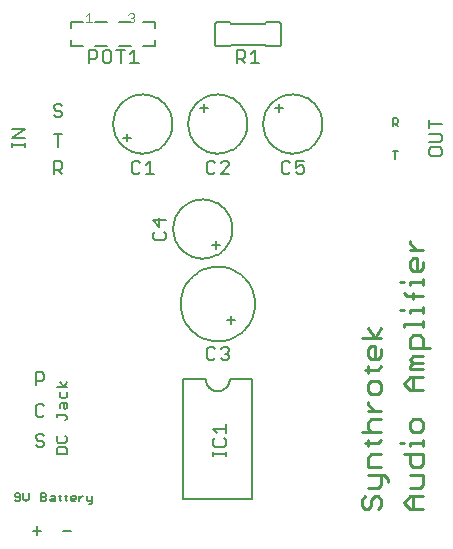
<source format=gto>
G75*
G70*
%OFA0B0*%
%FSLAX24Y24*%
%IPPOS*%
%LPD*%
%AMOC8*
5,1,8,0,0,1.08239X$1,22.5*
%
%ADD10C,0.0080*%
%ADD11C,0.0110*%
%ADD12C,0.0060*%
%ADD13C,0.0050*%
%ADD14C,0.0030*%
D10*
X001021Y000551D02*
X001302Y000551D01*
X001162Y000691D02*
X001162Y000411D01*
X002021Y000551D02*
X002302Y000551D01*
X001332Y003341D02*
X001191Y003341D01*
X001121Y003411D01*
X001191Y003551D02*
X001332Y003551D01*
X001402Y003481D01*
X001402Y003411D01*
X001332Y003341D01*
X001191Y003551D02*
X001121Y003621D01*
X001121Y003691D01*
X001191Y003761D01*
X001332Y003761D01*
X001402Y003691D01*
X001332Y004341D02*
X001191Y004341D01*
X001121Y004411D01*
X001121Y004691D01*
X001191Y004761D01*
X001332Y004761D01*
X001402Y004691D01*
X001402Y004411D02*
X001332Y004341D01*
X001121Y005401D02*
X001121Y005821D01*
X001332Y005821D01*
X001402Y005751D01*
X001402Y005611D01*
X001332Y005541D01*
X001121Y005541D01*
X005091Y010220D02*
X005021Y010290D01*
X005021Y010430D01*
X005091Y010500D01*
X005231Y010680D02*
X005231Y010961D01*
X005441Y010891D02*
X005021Y010891D01*
X005231Y010680D01*
X005371Y010500D02*
X005441Y010430D01*
X005441Y010290D01*
X005371Y010220D01*
X005091Y010220D01*
X005062Y012441D02*
X004782Y012441D01*
X004922Y012441D02*
X004922Y012861D01*
X004782Y012721D01*
X004602Y012791D02*
X004532Y012861D01*
X004391Y012861D01*
X004321Y012791D01*
X004321Y012511D01*
X004391Y012441D01*
X004532Y012441D01*
X004602Y012511D01*
X006821Y012511D02*
X006891Y012441D01*
X007032Y012441D01*
X007102Y012511D01*
X007282Y012441D02*
X007562Y012721D01*
X007562Y012791D01*
X007492Y012861D01*
X007352Y012861D01*
X007282Y012791D01*
X007102Y012791D02*
X007032Y012861D01*
X006891Y012861D01*
X006821Y012791D01*
X006821Y012511D01*
X007282Y012441D02*
X007562Y012441D01*
X009321Y012511D02*
X009391Y012441D01*
X009532Y012441D01*
X009602Y012511D01*
X009782Y012511D02*
X009852Y012441D01*
X009992Y012441D01*
X010062Y012511D01*
X010062Y012651D01*
X009992Y012721D01*
X009922Y012721D01*
X009782Y012651D01*
X009782Y012861D01*
X010062Y012861D01*
X009602Y012791D02*
X009532Y012861D01*
X009391Y012861D01*
X009321Y012791D01*
X009321Y012511D01*
X008562Y016141D02*
X008282Y016141D01*
X008422Y016141D02*
X008422Y016561D01*
X008282Y016421D01*
X008102Y016491D02*
X008102Y016351D01*
X008032Y016281D01*
X007821Y016281D01*
X007821Y016141D02*
X007821Y016561D01*
X008032Y016561D01*
X008102Y016491D01*
X007962Y016281D02*
X008102Y016141D01*
X004541Y016141D02*
X004261Y016141D01*
X004401Y016141D02*
X004401Y016561D01*
X004261Y016421D01*
X004081Y016561D02*
X003801Y016561D01*
X003941Y016561D02*
X003941Y016141D01*
X003620Y016211D02*
X003620Y016491D01*
X003550Y016561D01*
X003410Y016561D01*
X003340Y016491D01*
X003340Y016211D01*
X003410Y016141D01*
X003550Y016141D01*
X003620Y016211D01*
X003160Y016351D02*
X003090Y016281D01*
X002880Y016281D01*
X002880Y016141D02*
X002880Y016561D01*
X003090Y016561D01*
X003160Y016491D01*
X003160Y016351D01*
X001932Y014761D02*
X001791Y014761D01*
X001721Y014691D01*
X001721Y014621D01*
X001791Y014551D01*
X001932Y014551D01*
X002002Y014481D01*
X002002Y014411D01*
X001932Y014341D01*
X001791Y014341D01*
X001721Y014411D01*
X002002Y014691D02*
X001932Y014761D01*
X002002Y013761D02*
X001721Y013761D01*
X001862Y013761D02*
X001862Y013341D01*
X001932Y012861D02*
X001721Y012861D01*
X001721Y012441D01*
X001721Y012581D02*
X001932Y012581D01*
X002002Y012651D01*
X002002Y012791D01*
X001932Y012861D01*
X001862Y012581D02*
X002002Y012441D01*
X000741Y013341D02*
X000741Y013481D01*
X000741Y013411D02*
X000321Y013411D01*
X000321Y013341D02*
X000321Y013481D01*
X000321Y013648D02*
X000741Y013928D01*
X000321Y013928D01*
X000321Y013648D02*
X000741Y013648D01*
X006891Y006661D02*
X006821Y006591D01*
X006821Y006311D01*
X006891Y006241D01*
X007032Y006241D01*
X007102Y006311D01*
X007282Y006311D02*
X007352Y006241D01*
X007492Y006241D01*
X007562Y006311D01*
X007562Y006381D01*
X007492Y006451D01*
X007422Y006451D01*
X007492Y006451D02*
X007562Y006521D01*
X007562Y006591D01*
X007492Y006661D01*
X007352Y006661D01*
X007282Y006591D01*
X007102Y006591D02*
X007032Y006661D01*
X006891Y006661D01*
X007441Y004088D02*
X007441Y003808D01*
X007441Y003948D02*
X007021Y003948D01*
X007161Y003808D01*
X007091Y003628D02*
X007021Y003558D01*
X007021Y003418D01*
X007091Y003348D01*
X007371Y003348D01*
X007441Y003418D01*
X007441Y003558D01*
X007371Y003628D01*
X007441Y003181D02*
X007441Y003041D01*
X007441Y003111D02*
X007021Y003111D01*
X007021Y003041D02*
X007021Y003181D01*
X014291Y013041D02*
X014221Y013111D01*
X014221Y013251D01*
X014291Y013321D01*
X014571Y013321D01*
X014641Y013251D01*
X014641Y013111D01*
X014571Y013041D01*
X014291Y013041D01*
X014221Y013501D02*
X014571Y013501D01*
X014641Y013571D01*
X014641Y013711D01*
X014571Y013781D01*
X014221Y013781D01*
X014221Y013961D02*
X014221Y014242D01*
X014221Y014102D02*
X014641Y014102D01*
D11*
X013593Y010211D02*
X013593Y010103D01*
X013810Y009886D01*
X014026Y009886D02*
X013593Y009886D01*
X013701Y009620D02*
X013810Y009620D01*
X013810Y009186D01*
X013918Y009186D02*
X013701Y009186D01*
X013593Y009295D01*
X013593Y009512D01*
X013701Y009620D01*
X014026Y009512D02*
X014026Y009295D01*
X013918Y009186D01*
X014026Y008937D02*
X014026Y008720D01*
X014026Y008828D02*
X013593Y008828D01*
X013593Y008720D01*
X013376Y008828D02*
X013267Y008828D01*
X013376Y008470D02*
X013484Y008362D01*
X014026Y008362D01*
X013701Y008253D02*
X013701Y008470D01*
X014026Y008004D02*
X014026Y007787D01*
X014026Y007895D02*
X013593Y007895D01*
X013593Y007787D01*
X013376Y007895D02*
X013267Y007895D01*
X013376Y007429D02*
X014026Y007429D01*
X014026Y007537D02*
X014026Y007320D01*
X013918Y007054D02*
X013701Y007054D01*
X013593Y006946D01*
X013593Y006621D01*
X014243Y006621D01*
X014026Y006621D02*
X014026Y006946D01*
X013918Y007054D01*
X013376Y007320D02*
X013376Y007429D01*
X012626Y007296D02*
X012410Y006971D01*
X012193Y007296D01*
X011976Y006971D02*
X012626Y006971D01*
X012410Y006704D02*
X012410Y006271D01*
X012518Y006271D02*
X012626Y006379D01*
X012626Y006596D01*
X012410Y006704D02*
X012301Y006704D01*
X012193Y006596D01*
X012193Y006379D01*
X012301Y006271D01*
X012518Y006271D01*
X012626Y006021D02*
X012518Y005913D01*
X012084Y005913D01*
X012193Y006021D02*
X012193Y005804D01*
X012301Y005538D02*
X012193Y005430D01*
X012193Y005213D01*
X012301Y005104D01*
X012518Y005104D01*
X012626Y005213D01*
X012626Y005430D01*
X012518Y005538D01*
X012301Y005538D01*
X012193Y004847D02*
X012193Y004738D01*
X012410Y004521D01*
X012626Y004521D02*
X012193Y004521D01*
X012301Y004255D02*
X012626Y004255D01*
X012301Y004255D02*
X012193Y004147D01*
X012193Y003930D01*
X012301Y003822D01*
X012193Y003572D02*
X012193Y003355D01*
X012084Y003464D02*
X012518Y003464D01*
X012626Y003572D01*
X012626Y003822D02*
X011976Y003822D01*
X012301Y003089D02*
X012626Y003089D01*
X012301Y003089D02*
X012193Y002981D01*
X012193Y002655D01*
X012626Y002655D01*
X012626Y002389D02*
X012626Y002064D01*
X012518Y001956D01*
X012193Y001956D01*
X012084Y001689D02*
X011976Y001581D01*
X011976Y001364D01*
X012084Y001256D01*
X012193Y001256D01*
X012301Y001364D01*
X012301Y001581D01*
X012410Y001689D01*
X012518Y001689D01*
X012626Y001581D01*
X012626Y001364D01*
X012518Y001256D01*
X013376Y001473D02*
X013593Y001689D01*
X014026Y001689D01*
X013918Y001956D02*
X014026Y002064D01*
X014026Y002389D01*
X013593Y002389D01*
X013701Y002655D02*
X013593Y002764D01*
X013593Y003089D01*
X013376Y003089D02*
X014026Y003089D01*
X014026Y002764D01*
X013918Y002655D01*
X013701Y002655D01*
X013593Y001956D02*
X013918Y001956D01*
X013701Y001689D02*
X013701Y001256D01*
X013593Y001256D02*
X013376Y001473D01*
X013593Y001256D02*
X014026Y001256D01*
X012843Y002172D02*
X012843Y002281D01*
X012735Y002389D01*
X012193Y002389D01*
X013267Y003464D02*
X013376Y003464D01*
X013593Y003464D02*
X013593Y003355D01*
X013593Y003464D02*
X014026Y003464D01*
X014026Y003572D02*
X014026Y003355D01*
X013918Y003822D02*
X013701Y003822D01*
X013593Y003930D01*
X013593Y004147D01*
X013701Y004255D01*
X013918Y004255D01*
X014026Y004147D01*
X014026Y003930D01*
X013918Y003822D01*
X014026Y005221D02*
X013593Y005221D01*
X013376Y005438D01*
X013593Y005655D01*
X014026Y005655D01*
X014026Y005921D02*
X013593Y005921D01*
X013593Y006029D01*
X013701Y006138D01*
X013593Y006246D01*
X013701Y006355D01*
X014026Y006355D01*
X014026Y006138D02*
X013701Y006138D01*
X013701Y005655D02*
X013701Y005221D01*
D12*
X008331Y005601D02*
X008331Y001601D01*
X006031Y001601D01*
X006031Y005601D01*
X006781Y005601D01*
X006783Y005562D01*
X006789Y005523D01*
X006798Y005485D01*
X006811Y005448D01*
X006828Y005412D01*
X006848Y005379D01*
X006872Y005347D01*
X006898Y005318D01*
X006927Y005292D01*
X006959Y005268D01*
X006992Y005248D01*
X007028Y005231D01*
X007065Y005218D01*
X007103Y005209D01*
X007142Y005203D01*
X007181Y005201D01*
X007220Y005203D01*
X007259Y005209D01*
X007297Y005218D01*
X007334Y005231D01*
X007370Y005248D01*
X007403Y005268D01*
X007435Y005292D01*
X007464Y005318D01*
X007490Y005347D01*
X007514Y005379D01*
X007534Y005412D01*
X007551Y005448D01*
X007564Y005485D01*
X007573Y005523D01*
X007579Y005562D01*
X007581Y005601D01*
X008331Y005601D01*
X007631Y007441D02*
X007631Y007691D01*
X007501Y007561D02*
X007761Y007561D01*
X005941Y008101D02*
X005943Y008171D01*
X005949Y008241D01*
X005959Y008311D01*
X005973Y008379D01*
X005990Y008447D01*
X006012Y008514D01*
X006037Y008580D01*
X006066Y008644D01*
X006098Y008706D01*
X006134Y008766D01*
X006174Y008824D01*
X006216Y008880D01*
X006262Y008933D01*
X006310Y008984D01*
X006362Y009032D01*
X006416Y009077D01*
X006472Y009118D01*
X006531Y009157D01*
X006592Y009192D01*
X006654Y009224D01*
X006719Y009252D01*
X006784Y009276D01*
X006852Y009296D01*
X006920Y009313D01*
X006989Y009326D01*
X007058Y009335D01*
X007128Y009340D01*
X007199Y009341D01*
X007269Y009338D01*
X007339Y009331D01*
X007408Y009320D01*
X007476Y009305D01*
X007544Y009287D01*
X007611Y009264D01*
X007676Y009238D01*
X007739Y009208D01*
X007801Y009175D01*
X007861Y009138D01*
X007918Y009098D01*
X007974Y009055D01*
X008026Y009008D01*
X008076Y008959D01*
X008123Y008907D01*
X008167Y008852D01*
X008208Y008795D01*
X008246Y008736D01*
X008280Y008675D01*
X008311Y008612D01*
X008338Y008547D01*
X008361Y008481D01*
X008381Y008413D01*
X008397Y008345D01*
X008409Y008276D01*
X008417Y008206D01*
X008421Y008136D01*
X008421Y008066D01*
X008417Y007996D01*
X008409Y007926D01*
X008397Y007857D01*
X008381Y007789D01*
X008361Y007721D01*
X008338Y007655D01*
X008311Y007590D01*
X008280Y007527D01*
X008246Y007466D01*
X008208Y007407D01*
X008167Y007350D01*
X008123Y007295D01*
X008076Y007243D01*
X008026Y007194D01*
X007974Y007147D01*
X007918Y007104D01*
X007861Y007064D01*
X007801Y007027D01*
X007739Y006994D01*
X007676Y006964D01*
X007611Y006938D01*
X007544Y006915D01*
X007476Y006897D01*
X007408Y006882D01*
X007339Y006871D01*
X007269Y006864D01*
X007199Y006861D01*
X007128Y006862D01*
X007058Y006867D01*
X006989Y006876D01*
X006920Y006889D01*
X006852Y006906D01*
X006784Y006926D01*
X006719Y006950D01*
X006654Y006978D01*
X006592Y007010D01*
X006531Y007045D01*
X006472Y007084D01*
X006416Y007125D01*
X006362Y007170D01*
X006310Y007218D01*
X006262Y007269D01*
X006216Y007322D01*
X006174Y007378D01*
X006134Y007436D01*
X006098Y007496D01*
X006066Y007558D01*
X006037Y007622D01*
X006012Y007688D01*
X005990Y007755D01*
X005973Y007823D01*
X005959Y007891D01*
X005949Y007961D01*
X005943Y008031D01*
X005941Y008101D01*
X007131Y009941D02*
X007131Y010191D01*
X007001Y010061D02*
X007261Y010061D01*
X005697Y010601D02*
X005699Y010663D01*
X005705Y010726D01*
X005715Y010787D01*
X005729Y010848D01*
X005746Y010908D01*
X005767Y010967D01*
X005793Y011024D01*
X005821Y011079D01*
X005853Y011133D01*
X005889Y011184D01*
X005927Y011234D01*
X005969Y011280D01*
X006013Y011324D01*
X006061Y011365D01*
X006110Y011403D01*
X006162Y011437D01*
X006216Y011468D01*
X006272Y011496D01*
X006330Y011520D01*
X006389Y011541D01*
X006449Y011557D01*
X006510Y011570D01*
X006572Y011579D01*
X006634Y011584D01*
X006697Y011585D01*
X006759Y011582D01*
X006821Y011575D01*
X006883Y011564D01*
X006943Y011549D01*
X007003Y011531D01*
X007061Y011509D01*
X007118Y011483D01*
X007173Y011453D01*
X007226Y011420D01*
X007277Y011384D01*
X007325Y011345D01*
X007371Y011302D01*
X007414Y011257D01*
X007454Y011209D01*
X007491Y011159D01*
X007525Y011106D01*
X007556Y011052D01*
X007582Y010996D01*
X007606Y010938D01*
X007625Y010878D01*
X007641Y010818D01*
X007653Y010756D01*
X007661Y010695D01*
X007665Y010632D01*
X007665Y010570D01*
X007661Y010507D01*
X007653Y010446D01*
X007641Y010384D01*
X007625Y010324D01*
X007606Y010264D01*
X007582Y010206D01*
X007556Y010150D01*
X007525Y010096D01*
X007491Y010043D01*
X007454Y009993D01*
X007414Y009945D01*
X007371Y009900D01*
X007325Y009857D01*
X007277Y009818D01*
X007226Y009782D01*
X007173Y009749D01*
X007118Y009719D01*
X007061Y009693D01*
X007003Y009671D01*
X006943Y009653D01*
X006883Y009638D01*
X006821Y009627D01*
X006759Y009620D01*
X006697Y009617D01*
X006634Y009618D01*
X006572Y009623D01*
X006510Y009632D01*
X006449Y009645D01*
X006389Y009661D01*
X006330Y009682D01*
X006272Y009706D01*
X006216Y009734D01*
X006162Y009765D01*
X006110Y009799D01*
X006061Y009837D01*
X006013Y009878D01*
X005969Y009922D01*
X005927Y009968D01*
X005889Y010018D01*
X005853Y010069D01*
X005821Y010123D01*
X005793Y010178D01*
X005767Y010235D01*
X005746Y010294D01*
X005729Y010354D01*
X005715Y010415D01*
X005705Y010476D01*
X005699Y010539D01*
X005697Y010601D01*
X004141Y013521D02*
X004141Y013781D01*
X004021Y013651D02*
X004271Y013651D01*
X003697Y014101D02*
X003699Y014163D01*
X003705Y014226D01*
X003715Y014287D01*
X003729Y014348D01*
X003746Y014408D01*
X003767Y014467D01*
X003793Y014524D01*
X003821Y014579D01*
X003853Y014633D01*
X003889Y014684D01*
X003927Y014734D01*
X003969Y014780D01*
X004013Y014824D01*
X004061Y014865D01*
X004110Y014903D01*
X004162Y014937D01*
X004216Y014968D01*
X004272Y014996D01*
X004330Y015020D01*
X004389Y015041D01*
X004449Y015057D01*
X004510Y015070D01*
X004572Y015079D01*
X004634Y015084D01*
X004697Y015085D01*
X004759Y015082D01*
X004821Y015075D01*
X004883Y015064D01*
X004943Y015049D01*
X005003Y015031D01*
X005061Y015009D01*
X005118Y014983D01*
X005173Y014953D01*
X005226Y014920D01*
X005277Y014884D01*
X005325Y014845D01*
X005371Y014802D01*
X005414Y014757D01*
X005454Y014709D01*
X005491Y014659D01*
X005525Y014606D01*
X005556Y014552D01*
X005582Y014496D01*
X005606Y014438D01*
X005625Y014378D01*
X005641Y014318D01*
X005653Y014256D01*
X005661Y014195D01*
X005665Y014132D01*
X005665Y014070D01*
X005661Y014007D01*
X005653Y013946D01*
X005641Y013884D01*
X005625Y013824D01*
X005606Y013764D01*
X005582Y013706D01*
X005556Y013650D01*
X005525Y013596D01*
X005491Y013543D01*
X005454Y013493D01*
X005414Y013445D01*
X005371Y013400D01*
X005325Y013357D01*
X005277Y013318D01*
X005226Y013282D01*
X005173Y013249D01*
X005118Y013219D01*
X005061Y013193D01*
X005003Y013171D01*
X004943Y013153D01*
X004883Y013138D01*
X004821Y013127D01*
X004759Y013120D01*
X004697Y013117D01*
X004634Y013118D01*
X004572Y013123D01*
X004510Y013132D01*
X004449Y013145D01*
X004389Y013161D01*
X004330Y013182D01*
X004272Y013206D01*
X004216Y013234D01*
X004162Y013265D01*
X004110Y013299D01*
X004061Y013337D01*
X004013Y013378D01*
X003969Y013422D01*
X003927Y013468D01*
X003889Y013518D01*
X003853Y013569D01*
X003821Y013623D01*
X003793Y013678D01*
X003767Y013735D01*
X003746Y013794D01*
X003729Y013854D01*
X003715Y013915D01*
X003705Y013976D01*
X003699Y014039D01*
X003697Y014101D01*
X006601Y014641D02*
X006861Y014641D01*
X006731Y014761D02*
X006731Y014511D01*
X006197Y014101D02*
X006199Y014163D01*
X006205Y014226D01*
X006215Y014287D01*
X006229Y014348D01*
X006246Y014408D01*
X006267Y014467D01*
X006293Y014524D01*
X006321Y014579D01*
X006353Y014633D01*
X006389Y014684D01*
X006427Y014734D01*
X006469Y014780D01*
X006513Y014824D01*
X006561Y014865D01*
X006610Y014903D01*
X006662Y014937D01*
X006716Y014968D01*
X006772Y014996D01*
X006830Y015020D01*
X006889Y015041D01*
X006949Y015057D01*
X007010Y015070D01*
X007072Y015079D01*
X007134Y015084D01*
X007197Y015085D01*
X007259Y015082D01*
X007321Y015075D01*
X007383Y015064D01*
X007443Y015049D01*
X007503Y015031D01*
X007561Y015009D01*
X007618Y014983D01*
X007673Y014953D01*
X007726Y014920D01*
X007777Y014884D01*
X007825Y014845D01*
X007871Y014802D01*
X007914Y014757D01*
X007954Y014709D01*
X007991Y014659D01*
X008025Y014606D01*
X008056Y014552D01*
X008082Y014496D01*
X008106Y014438D01*
X008125Y014378D01*
X008141Y014318D01*
X008153Y014256D01*
X008161Y014195D01*
X008165Y014132D01*
X008165Y014070D01*
X008161Y014007D01*
X008153Y013946D01*
X008141Y013884D01*
X008125Y013824D01*
X008106Y013764D01*
X008082Y013706D01*
X008056Y013650D01*
X008025Y013596D01*
X007991Y013543D01*
X007954Y013493D01*
X007914Y013445D01*
X007871Y013400D01*
X007825Y013357D01*
X007777Y013318D01*
X007726Y013282D01*
X007673Y013249D01*
X007618Y013219D01*
X007561Y013193D01*
X007503Y013171D01*
X007443Y013153D01*
X007383Y013138D01*
X007321Y013127D01*
X007259Y013120D01*
X007197Y013117D01*
X007134Y013118D01*
X007072Y013123D01*
X007010Y013132D01*
X006949Y013145D01*
X006889Y013161D01*
X006830Y013182D01*
X006772Y013206D01*
X006716Y013234D01*
X006662Y013265D01*
X006610Y013299D01*
X006561Y013337D01*
X006513Y013378D01*
X006469Y013422D01*
X006427Y013468D01*
X006389Y013518D01*
X006353Y013569D01*
X006321Y013623D01*
X006293Y013678D01*
X006267Y013735D01*
X006246Y013794D01*
X006229Y013854D01*
X006215Y013915D01*
X006205Y013976D01*
X006199Y014039D01*
X006197Y014101D01*
X007175Y016701D02*
X007575Y016701D01*
X007625Y016751D01*
X008738Y016751D01*
X008788Y016701D01*
X009188Y016701D01*
X009205Y016703D01*
X009222Y016707D01*
X009238Y016714D01*
X009252Y016724D01*
X009265Y016737D01*
X009275Y016751D01*
X009282Y016767D01*
X009286Y016784D01*
X009288Y016801D01*
X009288Y017401D01*
X009286Y017418D01*
X009282Y017435D01*
X009275Y017451D01*
X009265Y017465D01*
X009252Y017478D01*
X009238Y017488D01*
X009222Y017495D01*
X009205Y017499D01*
X009188Y017501D01*
X008788Y017501D01*
X008738Y017451D01*
X007625Y017451D01*
X007575Y017501D01*
X007175Y017501D01*
X007158Y017499D01*
X007141Y017495D01*
X007125Y017488D01*
X007111Y017478D01*
X007098Y017465D01*
X007088Y017451D01*
X007081Y017435D01*
X007077Y017418D01*
X007075Y017401D01*
X007075Y016801D01*
X007077Y016784D01*
X007081Y016767D01*
X007088Y016751D01*
X007098Y016737D01*
X007111Y016724D01*
X007125Y016714D01*
X007141Y016707D01*
X007158Y016703D01*
X007175Y016701D01*
X009101Y014641D02*
X009361Y014641D01*
X009231Y014761D02*
X009231Y014511D01*
X008697Y014101D02*
X008699Y014163D01*
X008705Y014226D01*
X008715Y014287D01*
X008729Y014348D01*
X008746Y014408D01*
X008767Y014467D01*
X008793Y014524D01*
X008821Y014579D01*
X008853Y014633D01*
X008889Y014684D01*
X008927Y014734D01*
X008969Y014780D01*
X009013Y014824D01*
X009061Y014865D01*
X009110Y014903D01*
X009162Y014937D01*
X009216Y014968D01*
X009272Y014996D01*
X009330Y015020D01*
X009389Y015041D01*
X009449Y015057D01*
X009510Y015070D01*
X009572Y015079D01*
X009634Y015084D01*
X009697Y015085D01*
X009759Y015082D01*
X009821Y015075D01*
X009883Y015064D01*
X009943Y015049D01*
X010003Y015031D01*
X010061Y015009D01*
X010118Y014983D01*
X010173Y014953D01*
X010226Y014920D01*
X010277Y014884D01*
X010325Y014845D01*
X010371Y014802D01*
X010414Y014757D01*
X010454Y014709D01*
X010491Y014659D01*
X010525Y014606D01*
X010556Y014552D01*
X010582Y014496D01*
X010606Y014438D01*
X010625Y014378D01*
X010641Y014318D01*
X010653Y014256D01*
X010661Y014195D01*
X010665Y014132D01*
X010665Y014070D01*
X010661Y014007D01*
X010653Y013946D01*
X010641Y013884D01*
X010625Y013824D01*
X010606Y013764D01*
X010582Y013706D01*
X010556Y013650D01*
X010525Y013596D01*
X010491Y013543D01*
X010454Y013493D01*
X010414Y013445D01*
X010371Y013400D01*
X010325Y013357D01*
X010277Y013318D01*
X010226Y013282D01*
X010173Y013249D01*
X010118Y013219D01*
X010061Y013193D01*
X010003Y013171D01*
X009943Y013153D01*
X009883Y013138D01*
X009821Y013127D01*
X009759Y013120D01*
X009697Y013117D01*
X009634Y013118D01*
X009572Y013123D01*
X009510Y013132D01*
X009449Y013145D01*
X009389Y013161D01*
X009330Y013182D01*
X009272Y013206D01*
X009216Y013234D01*
X009162Y013265D01*
X009110Y013299D01*
X009061Y013337D01*
X009013Y013378D01*
X008969Y013422D01*
X008927Y013468D01*
X008889Y013518D01*
X008853Y013569D01*
X008821Y013623D01*
X008793Y013678D01*
X008767Y013735D01*
X008746Y013794D01*
X008729Y013854D01*
X008715Y013915D01*
X008705Y013976D01*
X008699Y014039D01*
X008697Y014101D01*
X002151Y005494D02*
X002038Y005324D01*
X001925Y005494D01*
X001811Y005324D02*
X002151Y005324D01*
X002151Y005182D02*
X002151Y005012D01*
X002095Y004956D01*
X001981Y004956D01*
X001925Y005012D01*
X001925Y005182D01*
X001981Y004814D02*
X002151Y004814D01*
X002151Y004644D01*
X002095Y004587D01*
X002038Y004644D01*
X002038Y004814D01*
X001981Y004814D02*
X001925Y004757D01*
X001925Y004644D01*
X001811Y004446D02*
X001811Y004332D01*
X001811Y004389D02*
X002095Y004389D01*
X002151Y004332D01*
X002151Y004276D01*
X002095Y004219D01*
X002095Y003709D02*
X002151Y003652D01*
X002151Y003539D01*
X002095Y003482D01*
X001868Y003482D01*
X001811Y003539D01*
X001811Y003652D01*
X001868Y003709D01*
X001868Y003341D02*
X001811Y003284D01*
X001811Y003114D01*
X002151Y003114D01*
X002151Y003284D01*
X002095Y003341D01*
X001868Y003341D01*
D13*
X001925Y001751D02*
X001925Y001571D01*
X001970Y001526D01*
X002121Y001571D02*
X002121Y001751D01*
X002076Y001706D02*
X002166Y001706D01*
X002272Y001661D02*
X002272Y001571D01*
X002317Y001526D01*
X002408Y001526D01*
X002453Y001616D02*
X002272Y001616D01*
X002272Y001661D02*
X002317Y001706D01*
X002408Y001706D01*
X002453Y001661D01*
X002453Y001616D01*
X002567Y001616D02*
X002657Y001706D01*
X002702Y001706D01*
X002813Y001706D02*
X002813Y001571D01*
X002858Y001526D01*
X002993Y001526D01*
X002993Y001481D02*
X002948Y001436D01*
X002903Y001436D01*
X002993Y001481D02*
X002993Y001706D01*
X002567Y001706D02*
X002567Y001526D01*
X002166Y001526D02*
X002121Y001571D01*
X001970Y001706D02*
X001880Y001706D01*
X001765Y001661D02*
X001765Y001526D01*
X001630Y001526D01*
X001585Y001571D01*
X001630Y001616D01*
X001765Y001616D01*
X001765Y001661D02*
X001720Y001706D01*
X001630Y001706D01*
X001470Y001706D02*
X001425Y001661D01*
X001290Y001661D01*
X001290Y001796D02*
X001425Y001796D01*
X001470Y001751D01*
X001470Y001706D01*
X001425Y001661D02*
X001470Y001616D01*
X001470Y001571D01*
X001425Y001526D01*
X001290Y001526D01*
X001290Y001796D01*
X000881Y001796D02*
X000881Y001616D01*
X000791Y001526D01*
X000701Y001616D01*
X000701Y001796D01*
X000587Y001751D02*
X000587Y001571D01*
X000541Y001526D01*
X000451Y001526D01*
X000406Y001571D01*
X000451Y001661D02*
X000587Y001661D01*
X000587Y001751D02*
X000541Y001796D01*
X000451Y001796D01*
X000406Y001751D01*
X000406Y001706D01*
X000451Y001661D01*
X013096Y012926D02*
X013096Y013196D01*
X013006Y013196D02*
X013187Y013196D01*
X013187Y014026D02*
X013096Y014116D01*
X013141Y014116D02*
X013006Y014116D01*
X013006Y014026D02*
X013006Y014296D01*
X013141Y014296D01*
X013187Y014251D01*
X013187Y014161D01*
X013141Y014116D01*
X005081Y016701D02*
X005081Y016904D01*
X005081Y016701D02*
X004677Y016701D01*
X004283Y016701D02*
X003878Y016701D01*
X003485Y016701D02*
X003080Y016701D01*
X002686Y016701D02*
X002281Y016701D01*
X002281Y016904D01*
X002281Y017298D02*
X002281Y017501D01*
X002686Y017501D01*
X003080Y017501D02*
X003485Y017501D01*
X003878Y017501D02*
X004283Y017501D01*
X004677Y017501D02*
X005081Y017501D01*
X005081Y017298D01*
D14*
X004395Y017544D02*
X004347Y017496D01*
X004250Y017496D01*
X004202Y017544D01*
X004299Y017641D02*
X004347Y017641D01*
X004395Y017593D01*
X004395Y017544D01*
X004347Y017641D02*
X004395Y017689D01*
X004395Y017738D01*
X004347Y017786D01*
X004250Y017786D01*
X004202Y017738D01*
X002995Y017496D02*
X002802Y017496D01*
X002899Y017496D02*
X002899Y017786D01*
X002802Y017689D01*
M02*

</source>
